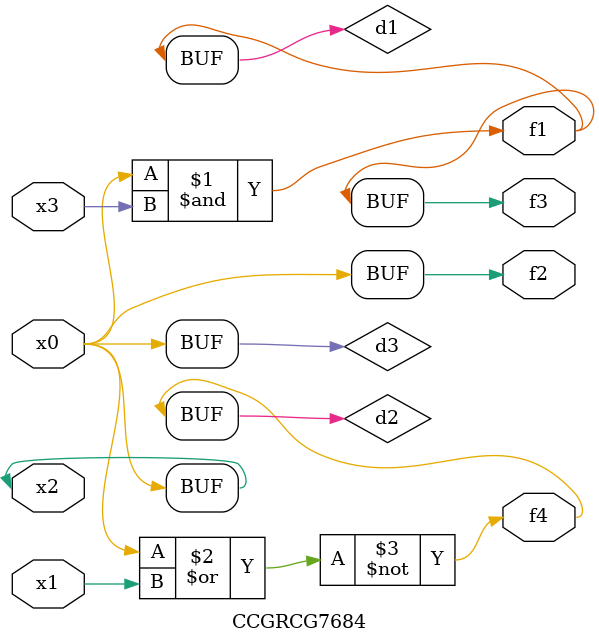
<source format=v>
module CCGRCG7684(
	input x0, x1, x2, x3,
	output f1, f2, f3, f4
);

	wire d1, d2, d3;

	and (d1, x2, x3);
	nor (d2, x0, x1);
	buf (d3, x0, x2);
	assign f1 = d1;
	assign f2 = d3;
	assign f3 = d1;
	assign f4 = d2;
endmodule

</source>
